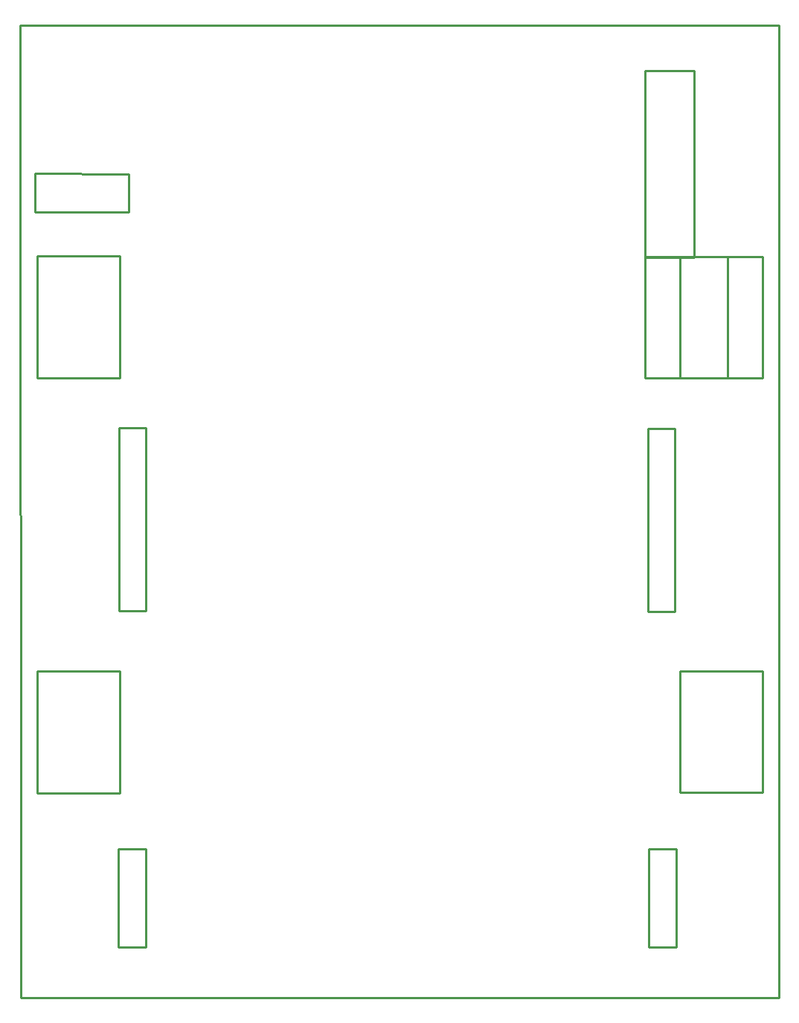
<source format=gko>
G04 Layer: BoardOutlineLayer*
G04 EasyEDA v6.5.34, 2023-08-21 18:11:39*
G04 fac92c3893cd48509e925d7eb78dc15b,5a6b42c53f6a479593ecc07194224c93,10*
G04 Gerber Generator version 0.2*
G04 Scale: 100 percent, Rotated: No, Reflected: No *
G04 Dimensions in millimeters *
G04 leading zeros omitted , absolute positions ,4 integer and 5 decimal *
%FSLAX45Y45*%
%MOMM*%

%ADD10C,0.2540*%
D10*
X254000Y11938000D02*
G01*
X8890000Y11938000D01*
X8890000Y876300D01*
X263525Y876300D01*
X254000Y11938000D01*
X1375150Y7357871D02*
G01*
X1375150Y5275071D01*
X1375150Y5275071D02*
G01*
X1679950Y5275071D01*
X1679950Y5275071D02*
G01*
X1679950Y7357871D01*
X1679950Y7357871D02*
G01*
X1375150Y7357871D01*
X7402405Y7354120D02*
G01*
X7402405Y5271320D01*
X7402405Y5271320D02*
G01*
X7707205Y5271320D01*
X7707205Y5271320D02*
G01*
X7707205Y7354120D01*
X7707205Y7354120D02*
G01*
X7402405Y7354120D01*
X7404150Y2569971D02*
G01*
X7404150Y1452371D01*
X7404150Y1452371D02*
G01*
X7721650Y1452371D01*
X7721650Y1452371D02*
G01*
X7721650Y2569971D01*
X7721650Y2569971D02*
G01*
X7404150Y2569971D01*
X1368800Y2569971D02*
G01*
X1368800Y1452371D01*
X1368800Y1452371D02*
G01*
X1686300Y1452371D01*
X1686300Y1452371D02*
G01*
X1686300Y2569971D01*
X1686300Y2569971D02*
G01*
X1368800Y2569971D01*
X7366050Y11421871D02*
G01*
X7366050Y9300971D01*
X7366050Y9300971D02*
G01*
X7924850Y9300971D01*
X7924850Y9300971D02*
G01*
X7924850Y11421871D01*
X7924850Y11421871D02*
G01*
X7366050Y11421871D01*
X444550Y9311868D02*
G01*
X444550Y7929371D01*
X444550Y7929371D02*
G01*
X1384350Y7929371D01*
X1384350Y7929371D02*
G01*
X1384350Y9311868D01*
X1384350Y9311868D02*
G01*
X444550Y9311868D01*
X7763306Y9309608D02*
G01*
X7763306Y7927111D01*
X7763306Y7927111D02*
G01*
X8703106Y7927111D01*
X8703106Y7927111D02*
G01*
X8703106Y9309608D01*
X8703106Y9309608D02*
G01*
X7763306Y9309608D01*
X444550Y4589271D02*
G01*
X444550Y3206775D01*
X444550Y3206775D02*
G01*
X1384350Y3206775D01*
X1384350Y3206775D02*
G01*
X1384350Y4589271D01*
X1384350Y4589271D02*
G01*
X444550Y4589271D01*
X7763281Y4590465D02*
G01*
X7763281Y3207969D01*
X7763281Y3207969D02*
G01*
X8703081Y3207969D01*
X8703081Y3207969D02*
G01*
X8703081Y4590465D01*
X8703081Y4590465D02*
G01*
X7763281Y4590465D01*
X7366000Y9309100D02*
G01*
X7366000Y7926603D01*
X7366000Y7926603D02*
G01*
X8305800Y7926603D01*
X8305800Y7926603D02*
G01*
X8305800Y9309100D01*
X8305800Y9309100D02*
G01*
X7366000Y9309100D01*
X419100Y10254348D02*
G01*
X419100Y9817100D01*
X419100Y9817100D02*
G01*
X1485900Y9817100D01*
X1485900Y9817100D02*
G01*
X1485900Y10248900D01*
X1485900Y10248900D02*
G01*
X419100Y10254348D01*

%LPD*%
M02*

</source>
